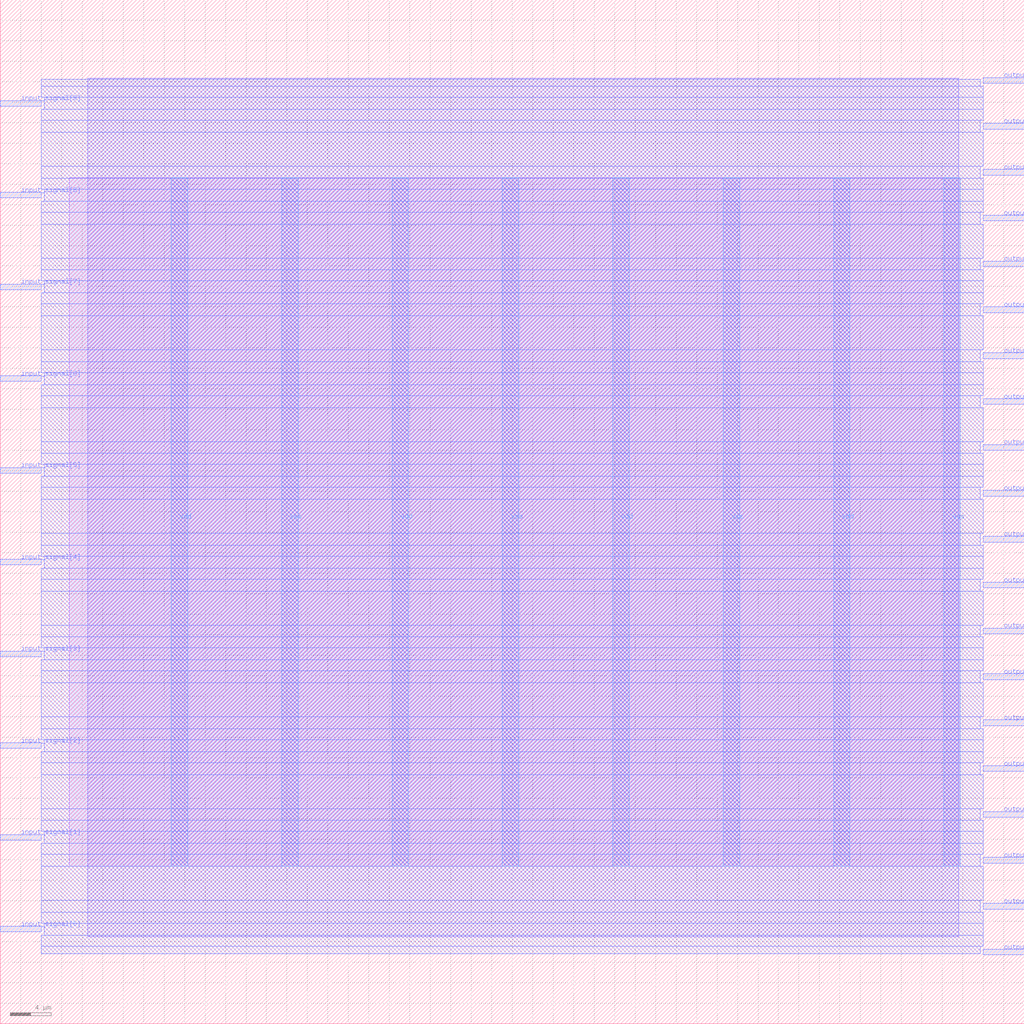
<source format=lef>
VERSION 5.7 ;
  NOWIREEXTENSIONATPIN ON ;
  DIVIDERCHAR "/" ;
  BUSBITCHARS "[]" ;
MACRO phase_inverter
  CLASS BLOCK ;
  FOREIGN phase_inverter ;
  ORIGIN 0.000 0.000 ;
  SIZE 100.000 BY 100.000 ;
  PIN input_signal[0]
    DIRECTION INPUT ;
    USE SIGNAL ;
    ANTENNAGATEAREA 0.741000 ;
    ANTENNADIFFAREA 0.410400 ;
    PORT
      LAYER Metal3 ;
        RECT 0.000 8.960 4.000 9.520 ;
    END
  END input_signal[0]
  PIN input_signal[1]
    DIRECTION INPUT ;
    USE SIGNAL ;
    ANTENNAGATEAREA 0.741000 ;
    ANTENNADIFFAREA 0.410400 ;
    PORT
      LAYER Metal3 ;
        RECT 0.000 17.920 4.000 18.480 ;
    END
  END input_signal[1]
  PIN input_signal[2]
    DIRECTION INPUT ;
    USE SIGNAL ;
    ANTENNAGATEAREA 0.741000 ;
    ANTENNADIFFAREA 0.410400 ;
    PORT
      LAYER Metal3 ;
        RECT 0.000 26.880 4.000 27.440 ;
    END
  END input_signal[2]
  PIN input_signal[3]
    DIRECTION INPUT ;
    USE SIGNAL ;
    ANTENNAGATEAREA 0.741000 ;
    ANTENNADIFFAREA 0.410400 ;
    PORT
      LAYER Metal3 ;
        RECT 0.000 35.840 4.000 36.400 ;
    END
  END input_signal[3]
  PIN input_signal[4]
    DIRECTION INPUT ;
    USE SIGNAL ;
    ANTENNAGATEAREA 0.741000 ;
    ANTENNADIFFAREA 0.410400 ;
    PORT
      LAYER Metal3 ;
        RECT 0.000 44.800 4.000 45.360 ;
    END
  END input_signal[4]
  PIN input_signal[5]
    DIRECTION INPUT ;
    USE SIGNAL ;
    ANTENNAGATEAREA 0.741000 ;
    ANTENNADIFFAREA 0.410400 ;
    PORT
      LAYER Metal3 ;
        RECT 0.000 53.760 4.000 54.320 ;
    END
  END input_signal[5]
  PIN input_signal[6]
    DIRECTION INPUT ;
    USE SIGNAL ;
    ANTENNAGATEAREA 0.741000 ;
    ANTENNADIFFAREA 0.410400 ;
    PORT
      LAYER Metal3 ;
        RECT 0.000 62.720 4.000 63.280 ;
    END
  END input_signal[6]
  PIN input_signal[7]
    DIRECTION INPUT ;
    USE SIGNAL ;
    ANTENNAGATEAREA 0.741000 ;
    ANTENNADIFFAREA 0.410400 ;
    PORT
      LAYER Metal3 ;
        RECT 0.000 71.680 4.000 72.240 ;
    END
  END input_signal[7]
  PIN input_signal[8]
    DIRECTION INPUT ;
    USE SIGNAL ;
    ANTENNAGATEAREA 0.741000 ;
    ANTENNADIFFAREA 0.410400 ;
    PORT
      LAYER Metal3 ;
        RECT 0.000 80.640 4.000 81.200 ;
    END
  END input_signal[8]
  PIN input_signal[9]
    DIRECTION INPUT ;
    USE SIGNAL ;
    ANTENNAGATEAREA 0.741000 ;
    ANTENNADIFFAREA 0.410400 ;
    PORT
      LAYER Metal3 ;
        RECT 0.000 89.600 4.000 90.160 ;
    END
  END input_signal[9]
  PIN output_signal_minus[0]
    DIRECTION OUTPUT TRISTATE ;
    USE SIGNAL ;
    ANTENNADIFFAREA 4.731200 ;
    PORT
      LAYER Metal3 ;
        RECT 96.000 6.720 100.000 7.280 ;
    END
  END output_signal_minus[0]
  PIN output_signal_minus[1]
    DIRECTION OUTPUT TRISTATE ;
    USE SIGNAL ;
    ANTENNADIFFAREA 4.731200 ;
    PORT
      LAYER Metal3 ;
        RECT 96.000 47.040 100.000 47.600 ;
    END
  END output_signal_minus[1]
  PIN output_signal_minus[2]
    DIRECTION OUTPUT TRISTATE ;
    USE SIGNAL ;
    ANTENNADIFFAREA 4.731200 ;
    PORT
      LAYER Metal3 ;
        RECT 96.000 42.560 100.000 43.120 ;
    END
  END output_signal_minus[2]
  PIN output_signal_minus[3]
    DIRECTION OUTPUT TRISTATE ;
    USE SIGNAL ;
    ANTENNADIFFAREA 4.731200 ;
    PORT
      LAYER Metal3 ;
        RECT 96.000 38.080 100.000 38.640 ;
    END
  END output_signal_minus[3]
  PIN output_signal_minus[4]
    DIRECTION OUTPUT TRISTATE ;
    USE SIGNAL ;
    ANTENNADIFFAREA 4.731200 ;
    PORT
      LAYER Metal3 ;
        RECT 96.000 33.600 100.000 34.160 ;
    END
  END output_signal_minus[4]
  PIN output_signal_minus[5]
    DIRECTION OUTPUT TRISTATE ;
    USE SIGNAL ;
    ANTENNADIFFAREA 4.731200 ;
    PORT
      LAYER Metal3 ;
        RECT 96.000 29.120 100.000 29.680 ;
    END
  END output_signal_minus[5]
  PIN output_signal_minus[6]
    DIRECTION OUTPUT TRISTATE ;
    USE SIGNAL ;
    ANTENNADIFFAREA 4.731200 ;
    PORT
      LAYER Metal3 ;
        RECT 96.000 24.640 100.000 25.200 ;
    END
  END output_signal_minus[6]
  PIN output_signal_minus[7]
    DIRECTION OUTPUT TRISTATE ;
    USE SIGNAL ;
    ANTENNADIFFAREA 4.731200 ;
    PORT
      LAYER Metal3 ;
        RECT 96.000 20.160 100.000 20.720 ;
    END
  END output_signal_minus[7]
  PIN output_signal_minus[8]
    DIRECTION OUTPUT TRISTATE ;
    USE SIGNAL ;
    ANTENNADIFFAREA 4.731200 ;
    PORT
      LAYER Metal3 ;
        RECT 96.000 15.680 100.000 16.240 ;
    END
  END output_signal_minus[8]
  PIN output_signal_minus[9]
    DIRECTION OUTPUT TRISTATE ;
    USE SIGNAL ;
    ANTENNADIFFAREA 4.731200 ;
    PORT
      LAYER Metal3 ;
        RECT 96.000 11.200 100.000 11.760 ;
    END
  END output_signal_minus[9]
  PIN output_signal_plus[0]
    DIRECTION OUTPUT TRISTATE ;
    USE SIGNAL ;
    ANTENNADIFFAREA 4.731200 ;
    PORT
      LAYER Metal3 ;
        RECT 96.000 91.840 100.000 92.400 ;
    END
  END output_signal_plus[0]
  PIN output_signal_plus[1]
    DIRECTION OUTPUT TRISTATE ;
    USE SIGNAL ;
    ANTENNADIFFAREA 4.731200 ;
    PORT
      LAYER Metal3 ;
        RECT 96.000 51.520 100.000 52.080 ;
    END
  END output_signal_plus[1]
  PIN output_signal_plus[2]
    DIRECTION OUTPUT TRISTATE ;
    USE SIGNAL ;
    ANTENNADIFFAREA 4.731200 ;
    PORT
      LAYER Metal3 ;
        RECT 96.000 56.000 100.000 56.560 ;
    END
  END output_signal_plus[2]
  PIN output_signal_plus[3]
    DIRECTION OUTPUT TRISTATE ;
    USE SIGNAL ;
    ANTENNADIFFAREA 4.731200 ;
    PORT
      LAYER Metal3 ;
        RECT 96.000 60.480 100.000 61.040 ;
    END
  END output_signal_plus[3]
  PIN output_signal_plus[4]
    DIRECTION OUTPUT TRISTATE ;
    USE SIGNAL ;
    ANTENNADIFFAREA 4.731200 ;
    PORT
      LAYER Metal3 ;
        RECT 96.000 64.960 100.000 65.520 ;
    END
  END output_signal_plus[4]
  PIN output_signal_plus[5]
    DIRECTION OUTPUT TRISTATE ;
    USE SIGNAL ;
    ANTENNADIFFAREA 4.731200 ;
    PORT
      LAYER Metal3 ;
        RECT 96.000 69.440 100.000 70.000 ;
    END
  END output_signal_plus[5]
  PIN output_signal_plus[6]
    DIRECTION OUTPUT TRISTATE ;
    USE SIGNAL ;
    ANTENNADIFFAREA 4.731200 ;
    PORT
      LAYER Metal3 ;
        RECT 96.000 73.920 100.000 74.480 ;
    END
  END output_signal_plus[6]
  PIN output_signal_plus[7]
    DIRECTION OUTPUT TRISTATE ;
    USE SIGNAL ;
    ANTENNADIFFAREA 4.731200 ;
    PORT
      LAYER Metal3 ;
        RECT 96.000 78.400 100.000 78.960 ;
    END
  END output_signal_plus[7]
  PIN output_signal_plus[8]
    DIRECTION OUTPUT TRISTATE ;
    USE SIGNAL ;
    ANTENNADIFFAREA 4.731200 ;
    PORT
      LAYER Metal3 ;
        RECT 96.000 82.880 100.000 83.440 ;
    END
  END output_signal_plus[8]
  PIN output_signal_plus[9]
    DIRECTION OUTPUT TRISTATE ;
    USE SIGNAL ;
    ANTENNADIFFAREA 4.731200 ;
    PORT
      LAYER Metal3 ;
        RECT 96.000 87.360 100.000 87.920 ;
    END
  END output_signal_plus[9]
  PIN vdd
    DIRECTION INOUT ;
    USE POWER ;
    PORT
      LAYER Metal4 ;
        RECT 16.700 15.380 18.300 82.620 ;
    END
    PORT
      LAYER Metal4 ;
        RECT 38.260 15.380 39.860 82.620 ;
    END
    PORT
      LAYER Metal4 ;
        RECT 59.820 15.380 61.420 82.620 ;
    END
    PORT
      LAYER Metal4 ;
        RECT 81.380 15.380 82.980 82.620 ;
    END
  END vdd
  PIN vss
    DIRECTION INOUT ;
    USE GROUND ;
    PORT
      LAYER Metal4 ;
        RECT 27.480 15.380 29.080 82.620 ;
    END
    PORT
      LAYER Metal4 ;
        RECT 49.040 15.380 50.640 82.620 ;
    END
    PORT
      LAYER Metal4 ;
        RECT 70.600 15.380 72.200 82.620 ;
    END
    PORT
      LAYER Metal4 ;
        RECT 92.160 15.380 93.760 82.620 ;
    END
  END vss
  OBS
      LAYER Metal1 ;
        RECT 6.720 15.380 93.760 82.620 ;
      LAYER Metal2 ;
        RECT 8.540 8.490 93.620 92.310 ;
      LAYER Metal3 ;
        RECT 4.000 91.540 95.700 92.260 ;
        RECT 4.000 90.460 96.000 91.540 ;
        RECT 4.300 89.300 96.000 90.460 ;
        RECT 4.000 88.220 96.000 89.300 ;
        RECT 4.000 87.060 95.700 88.220 ;
        RECT 4.000 83.740 96.000 87.060 ;
        RECT 4.000 82.580 95.700 83.740 ;
        RECT 4.000 81.500 96.000 82.580 ;
        RECT 4.300 80.340 96.000 81.500 ;
        RECT 4.000 79.260 96.000 80.340 ;
        RECT 4.000 78.100 95.700 79.260 ;
        RECT 4.000 74.780 96.000 78.100 ;
        RECT 4.000 73.620 95.700 74.780 ;
        RECT 4.000 72.540 96.000 73.620 ;
        RECT 4.300 71.380 96.000 72.540 ;
        RECT 4.000 70.300 96.000 71.380 ;
        RECT 4.000 69.140 95.700 70.300 ;
        RECT 4.000 65.820 96.000 69.140 ;
        RECT 4.000 64.660 95.700 65.820 ;
        RECT 4.000 63.580 96.000 64.660 ;
        RECT 4.300 62.420 96.000 63.580 ;
        RECT 4.000 61.340 96.000 62.420 ;
        RECT 4.000 60.180 95.700 61.340 ;
        RECT 4.000 56.860 96.000 60.180 ;
        RECT 4.000 55.700 95.700 56.860 ;
        RECT 4.000 54.620 96.000 55.700 ;
        RECT 4.300 53.460 96.000 54.620 ;
        RECT 4.000 52.380 96.000 53.460 ;
        RECT 4.000 51.220 95.700 52.380 ;
        RECT 4.000 47.900 96.000 51.220 ;
        RECT 4.000 46.740 95.700 47.900 ;
        RECT 4.000 45.660 96.000 46.740 ;
        RECT 4.300 44.500 96.000 45.660 ;
        RECT 4.000 43.420 96.000 44.500 ;
        RECT 4.000 42.260 95.700 43.420 ;
        RECT 4.000 38.940 96.000 42.260 ;
        RECT 4.000 37.780 95.700 38.940 ;
        RECT 4.000 36.700 96.000 37.780 ;
        RECT 4.300 35.540 96.000 36.700 ;
        RECT 4.000 34.460 96.000 35.540 ;
        RECT 4.000 33.300 95.700 34.460 ;
        RECT 4.000 29.980 96.000 33.300 ;
        RECT 4.000 28.820 95.700 29.980 ;
        RECT 4.000 27.740 96.000 28.820 ;
        RECT 4.300 26.580 96.000 27.740 ;
        RECT 4.000 25.500 96.000 26.580 ;
        RECT 4.000 24.340 95.700 25.500 ;
        RECT 4.000 21.020 96.000 24.340 ;
        RECT 4.000 19.860 95.700 21.020 ;
        RECT 4.000 18.780 96.000 19.860 ;
        RECT 4.300 17.620 96.000 18.780 ;
        RECT 4.000 16.540 96.000 17.620 ;
        RECT 4.000 15.380 95.700 16.540 ;
        RECT 4.000 12.060 96.000 15.380 ;
        RECT 4.000 10.900 95.700 12.060 ;
        RECT 4.000 9.820 96.000 10.900 ;
        RECT 4.300 8.660 96.000 9.820 ;
        RECT 4.000 7.580 96.000 8.660 ;
        RECT 4.000 6.860 95.700 7.580 ;
  END
END phase_inverter
END LIBRARY


</source>
